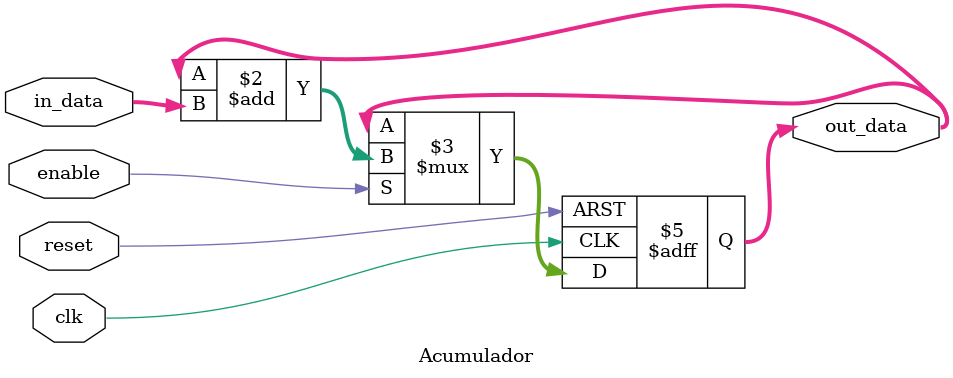
<source format=v>
module Acumulador (
    input wire clk,
    input wire reset,
    input wire enable,
    input wire [15:0] in_data,
    output reg [15:0] out_data
);

    always @(posedge clk or posedge reset) begin
        if (reset) begin
            out_data <= 16'b0;
        end else if (enable) begin
            out_data <= out_data + in_data;
        end
    end

endmodule

</source>
